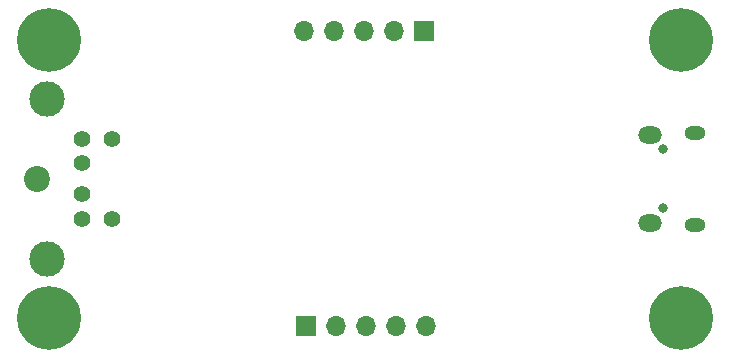
<source format=gbr>
%TF.GenerationSoftware,KiCad,Pcbnew,(6.0.7)*%
%TF.CreationDate,2023-04-12T13:22:55-04:00*%
%TF.ProjectId,minirib-usb,6d696e69-7269-4622-9d75-73622e6b6963,E*%
%TF.SameCoordinates,Original*%
%TF.FileFunction,Soldermask,Bot*%
%TF.FilePolarity,Negative*%
%FSLAX46Y46*%
G04 Gerber Fmt 4.6, Leading zero omitted, Abs format (unit mm)*
G04 Created by KiCad (PCBNEW (6.0.7)) date 2023-04-12 13:22:55*
%MOMM*%
%LPD*%
G01*
G04 APERTURE LIST*
%ADD10C,5.400000*%
%ADD11C,3.100000*%
%ADD12O,0.800000X0.800000*%
%ADD13O,1.800000X1.150000*%
%ADD14O,2.000000X1.450000*%
%ADD15R,1.700000X1.700000*%
%ADD16O,1.700000X1.700000*%
%ADD17C,2.200000*%
%ADD18C,1.400000*%
%ADD19C,3.000000*%
G04 APERTURE END LIST*
D10*
%TO.C,H4*%
X103250000Y-116750000D03*
D11*
X103250000Y-116750000D03*
%TD*%
%TO.C,H1*%
X156750000Y-93250000D03*
D10*
X156750000Y-93250000D03*
%TD*%
D11*
%TO.C,H2*%
X156750000Y-116750000D03*
D10*
X156750000Y-116750000D03*
%TD*%
D12*
%TO.C,J1*%
X155200000Y-107500000D03*
X155200000Y-102500000D03*
D13*
X157950000Y-101125000D03*
D14*
X154150000Y-101275000D03*
D13*
X157950000Y-108875000D03*
D14*
X154150000Y-108725000D03*
%TD*%
D15*
%TO.C,J4*%
X125000000Y-117500000D03*
D16*
X127540000Y-117500000D03*
X130080000Y-117500000D03*
X132620000Y-117500000D03*
X135160000Y-117500000D03*
%TD*%
D11*
%TO.C,H3*%
X103250000Y-93250000D03*
D10*
X103250000Y-93250000D03*
%TD*%
D15*
%TO.C,J3*%
X135000000Y-92500000D03*
D16*
X132460000Y-92500000D03*
X129920000Y-92500000D03*
X127380000Y-92500000D03*
X124840000Y-92500000D03*
%TD*%
D17*
%TO.C,J2*%
X102250000Y-105000000D03*
D18*
X106050000Y-106300000D03*
X106050000Y-103700000D03*
X106050000Y-108400000D03*
X106050000Y-101600000D03*
X108550000Y-108400000D03*
X108550000Y-101600000D03*
D19*
X103050000Y-111750000D03*
X103050000Y-98250000D03*
%TD*%
M02*

</source>
